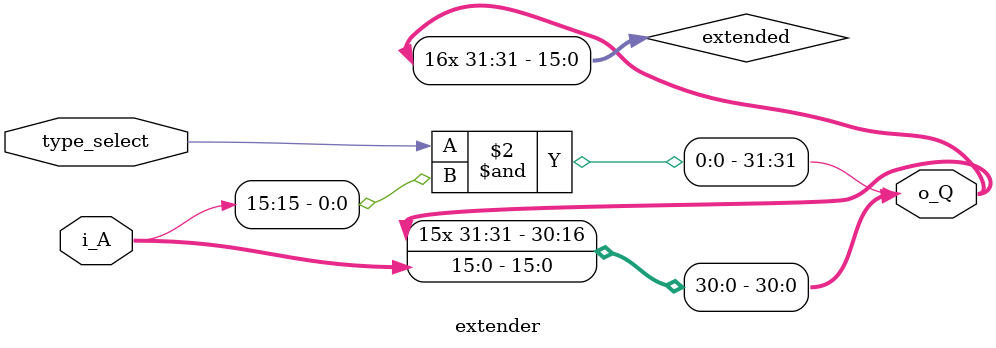
<source format=v>
module extender
    #(parameter SRC_LENGTH=16,
      parameter TARGET_LENGTH=32) (
      
      input [SRC_LENGTH-1:0] i_A,
      input type_select,
      output [TARGET_LENGTH-1:0] o_Q
      
      );
      
      reg[TARGET_LENGTH-SRC_LENGTH-1:0] extended;
      
      always @*
      begin
        extended <= {(TARGET_LENGTH-SRC_LENGTH){ type_select & i_A[SRC_LENGTH-1]}};
      end
      
      assign o_Q[TARGET_LENGTH-1:0] = {extended, i_A};
      
      
endmodule

</source>
